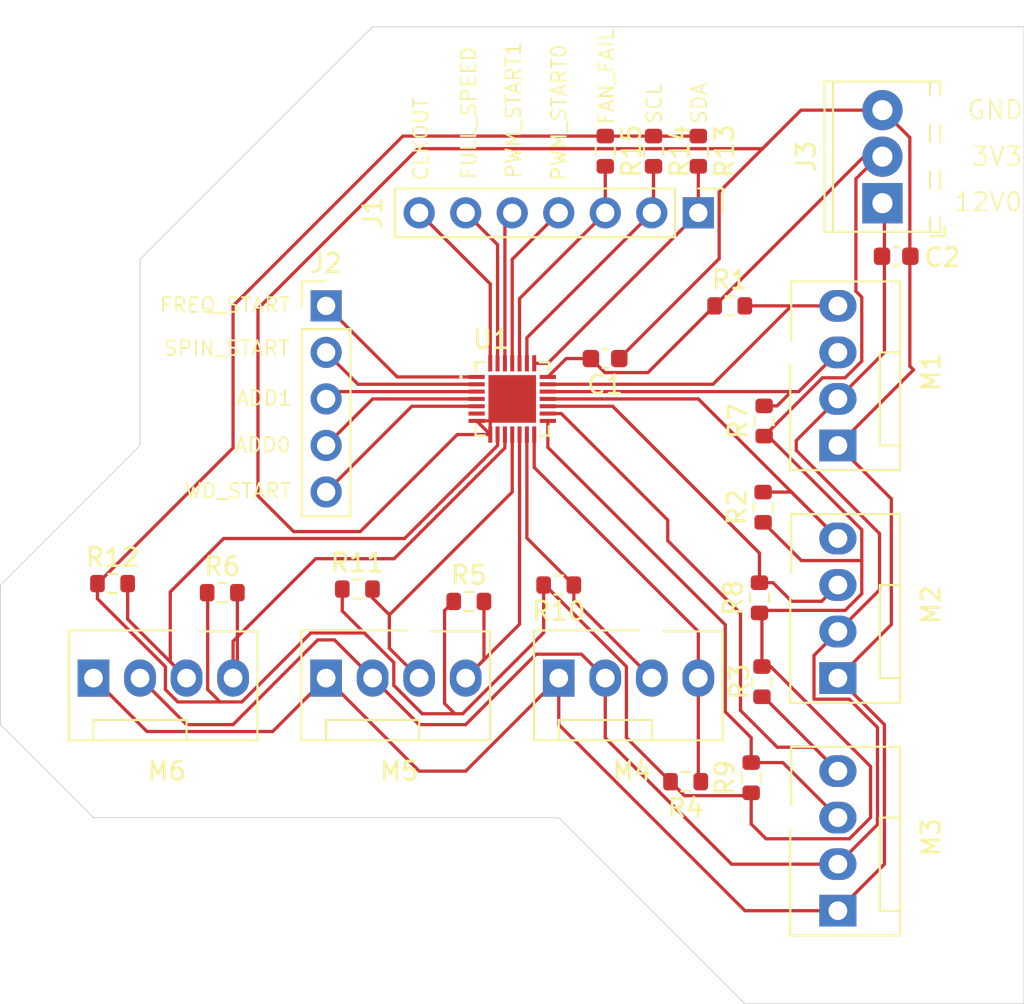
<source format=kicad_pcb>
(kicad_pcb (version 20240108) (generator "pcbnew") (generator_version "8.0")
  (title_block (title "MAX31790 Breakout Board") (date "2024-06-07") (rev "0.1") (company "Rolando Rosales") (comment 1 "https://github.com/rolo-g/MAX31790-Breakout-Board"))
  (layers (0 "F.Cu" signal) (31 "B.Cu" signal) (34 "B.Paste" user) (35 "F.Paste" user) (36 "B.SilkS" user "B.Silkscreen") (37 "F.SilkS" user "F.Silkscreen") (38 "B.Mask" user) (39 "F.Mask" user) (44 "Edge.Cuts" user))
  (net 0 "")
  (net 1 "GND")
  (net 2 "+3V3")
  (net 3 "/FULL_SPEED")
  (net 4 "/SDA")
  (net 5 "/FAN_FAIL")
  (net 6 "/PWM_START0")
  (net 7 "/SCL")
  (net 8 "/PWM_START1")
  (net 9 "/CLKOUT")
  (net 10 "/WD_START")
  (net 11 "/SPIN_START")
  (net 12 "/FREQ_START")
  (net 13 "/ADD0")
  (net 14 "/ADD1")
  (net 15 "/TACH1")
  (net 16 "/PWM1")
  (net 17 "/TACH2")
  (net 18 "/PWM2")
  (net 19 "/PWM3")
  (net 20 "/TACH3")
  (net 21 "/PWM4")
  (net 22 "/TACH4")
  (net 23 "/PWM5")
  (net 24 "/TACH5")
  (net 25 "/TACH6")
  (net 26 "/PWM6")
  (net 27 "+12V")
  (footprint "Resistor_SMD:R_0603_1608Metric" (layer "F.Cu") (at 137.16 91.44 180)
    (property "Reference" "R10" (at 0 -1.43 0) (layer "F.SilkS"))
    (property "Value" "4.7K")
    (pad "1" smd roundrect (at -0.825 0 180) (size 0.8 0.95) (layers "F.Cu" "F.Paste" "F.Mask") (net 22 "/TACH4"))
    (pad "2" smd roundrect (at 0.825 0 180) (size 0.8 0.95) (layers "F.Cu" "F.Paste" "F.Mask") (net 2 "+3V3"))
  )
  (footprint "Connector:FanPinHeader_1x04_P2.54mm_Vertical" (layer "F.Cu") (at 152.4 109.22 90)
    (property "Reference" "M3" (at 4 5.08 90) (layer "F.SilkS"))
    (property "Value" "Fan_4pin")
    (pad "" np_thru_hole circle (at 5.08 -2.16 180) (size 1.1 1.1) (drill 1.1) (layers "*.Cu" "*.Mask"))
    (pad "1" thru_hole rect (at 0 0 180) (size 2.03 1.73) (drill 1.02) (layers "*.Cu" "*.Mask") (net 1 "GND"))
    (pad "2" thru_hole oval (at 2.54 0 180) (size 2.03 1.73) (drill 1.02) (layers "*.Cu" "*.Mask") (net 27 "+12V"))
    (pad "3" thru_hole oval (at 5.08 0 180) (size 2.03 1.73) (drill 1.02) (layers "*.Cu" "*.Mask") (net 20 "/TACH3"))
    (pad "4" thru_hole oval (at 7.62 0 180) (size 2.03 1.73) (drill 1.02) (layers "*.Cu" "*.Mask") (net 19 "/PWM3"))
  )
  (footprint "Resistor_SMD:R_0603_1608Metric" (layer "F.Cu") (at 112.800364 91.361671)
    (property "Reference" "R12" (at 0 -1.43 0) (layer "F.SilkS"))
    (property "Value" "4.7K")
    (pad "1" smd roundrect (at -0.825 0) (size 0.8 0.95) (layers "F.Cu" "F.Paste" "F.Mask") (net 2 "+3V3"))
    (pad "2" smd roundrect (at 0.825 0) (size 0.8 0.95) (layers "F.Cu" "F.Paste" "F.Mask") (net 25 "/TACH6"))
  )
  (footprint "Resistor_SMD:R_0603_1608Metric" (layer "F.Cu") (at 147.665733 101.959251 90)
    (property "Reference" "R9" (at 0 -1.43 90) (layer "F.SilkS"))
    (property "Value" "4.7K")
    (pad "1" smd roundrect (at -0.825 0 90) (size 0.8 0.95) (layers "F.Cu" "F.Paste" "F.Mask") (net 2 "+3V3"))
    (pad "2" smd roundrect (at 0.825 0 90) (size 0.8 0.95) (layers "F.Cu" "F.Paste" "F.Mask") (net 20 "/TACH3"))
  )
  (footprint "Resistor_SMD:R_0603_1608Metric" (layer "F.Cu") (at 146.495 76.2)
    (property "Reference" "R1" (at 0 -1.43 0) (layer "F.SilkS"))
    (property "Value" "4.7K")
    (pad "1" smd roundrect (at -0.825 0) (size 0.8 0.95) (layers "F.Cu" "F.Paste" "F.Mask") (net 2 "+3V3"))
    (pad "2" smd roundrect (at 0.825 0) (size 0.8 0.95) (layers "F.Cu" "F.Paste" "F.Mask") (net 16 "/PWM1"))
  )
  (footprint "Connector_PinHeader_2.54mm:PinHeader_1x07_P2.54mm_Vertical" (layer "F.Cu") (at 144.78 71.12 -90)
    (property "Reference" "J1" (at 0 17.78 -90) (layer "F.SilkS"))
    (property "Value" "Conn_01x07")
    (pad "1" thru_hole rect (at 0 0 270) (size 1.7 1.7) (drill 1) (layers "*.Cu" "*.Mask") (net 4 "/SDA"))
    (pad "2" thru_hole oval (at 0 2.54 270) (size 1.7 1.7) (drill 1) (layers "*.Cu" "*.Mask") (net 7 "/SCL"))
    (pad "3" thru_hole oval (at 0 5.08 270) (size 1.7 1.7) (drill 1) (layers "*.Cu" "*.Mask") (net 5 "/FAN_FAIL"))
    (pad "4" thru_hole oval (at 0 7.62 270) (size 1.7 1.7) (drill 1) (layers "*.Cu" "*.Mask") (net 6 "/PWM_START0"))
    (pad "5" thru_hole oval (at 0 10.16 270) (size 1.7 1.7) (drill 1) (layers "*.Cu" "*.Mask") (net 8 "/PWM_START1"))
    (pad "6" thru_hole oval (at 0 12.7 270) (size 1.7 1.7) (drill 1) (layers "*.Cu" "*.Mask") (net 3 "/FULL_SPEED"))
    (pad "7" thru_hole oval (at 0 15.24 270) (size 1.7 1.7) (drill 1) (layers "*.Cu" "*.Mask") (net 9 "/CLKOUT"))
  )
  (footprint "Resistor_SMD:R_0603_1608Metric" (layer "F.Cu") (at 139.7 67.755 -90)
    (property "Reference" "R15" (at 0 -1.43 90) (layer "F.SilkS"))
    (property "Value" "4.7K")
    (pad "1" smd roundrect (at -0.825 0 270) (size 0.8 0.95) (layers "F.Cu" "F.Paste" "F.Mask") (net 2 "+3V3"))
    (pad "2" smd roundrect (at 0.825 0 270) (size 0.8 0.95) (layers "F.Cu" "F.Paste" "F.Mask") (net 5 "/FAN_FAIL"))
  )
  (footprint "Connector:FanPinHeader_1x04_P2.54mm_Vertical" (layer "F.Cu") (at 137.16 96.52)
    (property "Reference" "M4" (at 4 5.08 0) (layer "F.SilkS"))
    (property "Value" "Fan_4pin")
    (pad "" np_thru_hole circle (at 5.08 -2.16 90) (size 1.1 1.1) (drill 1.1) (layers "*.Cu" "*.Mask"))
    (pad "1" thru_hole rect (at 0 0 90) (size 2.03 1.73) (drill 1.02) (layers "*.Cu" "*.Mask") (net 1 "GND"))
    (pad "2" thru_hole oval (at 2.54 0 90) (size 2.03 1.73) (drill 1.02) (layers "*.Cu" "*.Mask") (net 27 "+12V"))
    (pad "3" thru_hole oval (at 5.08 0 90) (size 2.03 1.73) (drill 1.02) (layers "*.Cu" "*.Mask") (net 22 "/TACH4"))
    (pad "4" thru_hole oval (at 7.62 0 90) (size 2.03 1.73) (drill 1.02) (layers "*.Cu" "*.Mask") (net 21 "/PWM4"))
  )
  (footprint "Resistor_SMD:R_0603_1608Metric" (layer "F.Cu") (at 118.789986 91.857754)
    (property "Reference" "R6" (at 0 -1.43 0) (layer "F.SilkS"))
    (property "Value" "4.7K")
    (pad "1" smd roundrect (at -0.825 0) (size 0.8 0.95) (layers "F.Cu" "F.Paste" "F.Mask") (net 2 "+3V3"))
    (pad "2" smd roundrect (at 0.825 0) (size 0.8 0.95) (layers "F.Cu" "F.Paste" "F.Mask") (net 26 "/PWM6"))
  )
  (footprint "Connector_PinHeader_2.54mm:PinHeader_1x05_P2.54mm_Vertical" (layer "F.Cu") (at 124.46 76.2)
    (property "Reference" "J2" (at 0 -2.33 0) (layer "F.SilkS"))
    (property "Value" "Conn_01x05")
    (pad "1" thru_hole rect (at 0 0) (size 1.7 1.7) (drill 1) (layers "*.Cu" "*.Mask") (net 12 "/FREQ_START"))
    (pad "2" thru_hole oval (at 0 2.54) (size 1.7 1.7) (drill 1) (layers "*.Cu" "*.Mask") (net 11 "/SPIN_START"))
    (pad "3" thru_hole oval (at 0 5.08) (size 1.7 1.7) (drill 1) (layers "*.Cu" "*.Mask") (net 14 "/ADD1"))
    (pad "4" thru_hole oval (at 0 7.62) (size 1.7 1.7) (drill 1) (layers "*.Cu" "*.Mask") (net 13 "/ADD0"))
    (pad "5" thru_hole oval (at 0 10.16) (size 1.7 1.7) (drill 1) (layers "*.Cu" "*.Mask") (net 10 "/WD_START"))
  )
  (footprint "Connector:FanPinHeader_1x04_P2.54mm_Vertical" (layer "F.Cu") (at 124.46 96.52)
    (property "Reference" "M5" (at 4 5.08 0) (layer "F.SilkS"))
    (property "Value" "Fan_4pin")
    (pad "" np_thru_hole circle (at 5.08 -2.16 90) (size 1.1 1.1) (drill 1.1) (layers "*.Cu" "*.Mask"))
    (pad "1" thru_hole rect (at 0 0 90) (size 2.03 1.73) (drill 1.02) (layers "*.Cu" "*.Mask") (net 1 "GND"))
    (pad "2" thru_hole oval (at 2.54 0 90) (size 2.03 1.73) (drill 1.02) (layers "*.Cu" "*.Mask") (net 27 "+12V"))
    (pad "3" thru_hole oval (at 5.08 0 90) (size 2.03 1.73) (drill 1.02) (layers "*.Cu" "*.Mask") (net 24 "/TACH5"))
    (pad "4" thru_hole oval (at 7.62 0 90) (size 2.03 1.73) (drill 1.02) (layers "*.Cu" "*.Mask") (net 23 "/PWM5"))
  )
  (footprint "Resistor_SMD:R_0603_1608Metric" (layer "F.Cu") (at 148.317921 87.191601 90)
    (property "Reference" "R2" (at 0 -1.43 90) (layer "F.SilkS"))
    (property "Value" "4.7K")
    (pad "1" smd roundrect (at -0.825 0 90) (size 0.8 0.95) (layers "F.Cu" "F.Paste" "F.Mask") (net 2 "+3V3"))
    (pad "2" smd roundrect (at 0.825 0 90) (size 0.8 0.95) (layers "F.Cu" "F.Paste" "F.Mask") (net 18 "/PWM2"))
  )
  (footprint "Connector:FanPinHeader_1x04_P2.54mm_Vertical" (layer "F.Cu") (at 111.76 96.52)
    (property "Reference" "M6" (at 4 5.08 0) (layer "F.SilkS"))
    (property "Value" "Fan_4pin")
    (pad "" np_thru_hole circle (at 5.08 -2.16 90) (size 1.1 1.1) (drill 1.1) (layers "*.Cu" "*.Mask"))
    (pad "1" thru_hole rect (at 0 0 90) (size 2.03 1.73) (drill 1.02) (layers "*.Cu" "*.Mask") (net 1 "GND"))
    (pad "2" thru_hole oval (at 2.54 0 90) (size 2.03 1.73) (drill 1.02) (layers "*.Cu" "*.Mask") (net 27 "+12V"))
    (pad "3" thru_hole oval (at 5.08 0 90) (size 2.03 1.73) (drill 1.02) (layers "*.Cu" "*.Mask") (net 25 "/TACH6"))
    (pad "4" thru_hole oval (at 7.62 0 90) (size 2.03 1.73) (drill 1.02) (layers "*.Cu" "*.Mask") (net 26 "/PWM6"))
  )
  (footprint "MAX31790ATI_T:QFN40P400X400X80-29N260X260" (layer "F.Cu") (at 134.62 81.28)
    (property "Reference" "U1" (at -1.138181 -3.247518 0) (layer "F.SilkS"))
    (property "Value" "MAX31790ATI_T")
    (pad "1" smd rect (at -1.945 -1.2) (size 0.89 0.22) (layers "F.Cu" "F.Paste" "F.Mask") (net 12 "/FREQ_START"))
    (pad "2" smd rect (at -1.945 -0.8) (size 0.89 0.22) (layers "F.Cu" "F.Paste" "F.Mask") (net 11 "/SPIN_START"))
    (pad "3" smd rect (at -1.945 -0.4) (size 0.89 0.22) (layers "F.Cu" "F.Paste" "F.Mask") (net 14 "/ADD1"))
    (pad "4" smd rect (at -1.945 0) (size 0.89 0.22) (layers "F.Cu" "F.Paste" "F.Mask") (net 13 "/ADD0"))
    (pad "5" smd rect (at -1.945 0.4) (size 0.89 0.22) (layers "F.Cu" "F.Paste" "F.Mask") (net 10 "/WD_START"))
    (pad "6" smd rect (at -1.945 0.8) (size 0.89 0.22) (layers "F.Cu" "F.Paste" "F.Mask"))
    (pad "7" smd rect (at -1.945 1.2) (size 0.89 0.22) (layers "F.Cu" "F.Paste" "F.Mask") (net 1 "GND"))
    (pad "8" smd rect (at -1.2 1.945 90) (size 0.89 0.22) (layers "F.Cu" "F.Paste" "F.Mask") (net 1 "GND"))
    (pad "9" smd rect (at -0.8 1.945 90) (size 0.89 0.22) (layers "F.Cu" "F.Paste" "F.Mask") (net 25 "/TACH6"))
    (pad "10" smd rect (at -0.4 1.945 90) (size 0.89 0.22) (layers "F.Cu" "F.Paste" "F.Mask") (net 26 "/PWM6"))
    (pad "11" smd rect (at 0 1.945 90) (size 0.89 0.22) (layers "F.Cu" "F.Paste" "F.Mask") (net 24 "/TACH5"))
    (pad "12" smd rect (at 0.4 1.945 90) (size 0.89 0.22) (layers "F.Cu" "F.Paste" "F.Mask") (net 23 "/PWM5"))
    (pad "13" smd rect (at 0.8 1.945 90) (size 0.89 0.22) (layers "F.Cu" "F.Paste" "F.Mask") (net 22 "/TACH4"))
    (pad "14" smd rect (at 1.2 1.945 90) (size 0.89 0.22) (layers "F.Cu" "F.Paste" "F.Mask") (net 21 "/PWM4"))
    (pad "15" smd rect (at 1.945 1.2 180) (size 0.89 0.22) (layers "F.Cu" "F.Paste" "F.Mask") (net 20 "/TACH3"))
    (pad "16" smd rect (at 1.945 0.8 180) (size 0.89 0.22) (layers "F.Cu" "F.Paste" "F.Mask") (net 19 "/PWM3"))
    (pad "17" smd rect (at 1.945 0.4 180) (size 0.89 0.22) (layers "F.Cu" "F.Paste" "F.Mask") (net 17 "/TACH2"))
    (pad "18" smd rect (at 1.945 0 180) (size 0.89 0.22) (layers "F.Cu" "F.Paste" "F.Mask") (net 18 "/PWM2"))
    (pad "19" smd rect (at 1.945 -0.4 180) (size 0.89 0.22) (layers "F.Cu" "F.Paste" "F.Mask") (net 15 "/TACH1"))
    (pad "20" smd rect (at 1.945 -0.8 180) (size 0.89 0.22) (layers "F.Cu" "F.Paste" "F.Mask") (net 16 "/PWM1"))
    (pad "21" smd rect (at 1.945 -1.2 180) (size 0.89 0.22) (layers "F.Cu" "F.Paste" "F.Mask") (net 2 "+3V3"))
    (pad "22" smd rect (at 1.2 -1.945 270) (size 0.89 0.22) (layers "F.Cu" "F.Paste" "F.Mask") (net 4 "/SDA"))
    (pad "23" smd rect (at 0.8 -1.945 270) (size 0.89 0.22) (layers "F.Cu" "F.Paste" "F.Mask") (net 7 "/SCL"))
    (pad "24" smd rect (at 0.4 -1.945 270) (size 0.89 0.22) (layers "F.Cu" "F.Paste" "F.Mask") (net 5 "/FAN_FAIL"))
    (pad "25" smd rect (at 0 -1.945 270) (size 0.89 0.22) (layers "F.Cu" "F.Paste" "F.Mask") (net 6 "/PWM_START0"))
    (pad "26" smd rect (at -0.4 -1.945 270) (size 0.89 0.22) (layers "F.Cu" "F.Paste" "F.Mask") (net 8 "/PWM_START1"))
    (pad "27" smd rect (at -0.8 -1.945 270) (size 0.89 0.22) (layers "F.Cu" "F.Paste" "F.Mask") (net 3 "/FULL_SPEED"))
    (pad "28" smd rect (at -1.2 -1.945 270) (size 0.89 0.22) (layers "F.Cu" "F.Paste" "F.Mask") (net 9 "/CLKOUT"))
    (pad "29" smd rect (at 0 0) (size 2.6 2.6) (layers "F.Cu" "F.Mask") (net 1 "GND"))
  )
  (footprint "Resistor_SMD:R_0603_1608Metric" (layer "F.Cu") (at 148.253927 96.715516 -90)
    (property "Reference" "R3" (at 0.001832 1.222361 90) (layer "F.SilkS"))
    (property "Value" "4.7K")
    (pad "1" smd roundrect (at -0.825 0 270) (size 0.8 0.95) (layers "F.Cu" "F.Paste" "F.Mask") (net 2 "+3V3"))
    (pad "2" smd roundrect (at 0.825 0 270) (size 0.8 0.95) (layers "F.Cu" "F.Paste" "F.Mask") (net 19 "/PWM3"))
  )
  (footprint "Capacitor_SMD:C_0603_1608Metric" (layer "F.Cu") (at 139.690441 79.077339 180)
    (property "Reference" "C1" (at 0 -1.43 0) (layer "F.SilkS"))
    (property "Value" ".1uf")
    (pad "1" smd roundrect (at -0.775 0 180) (size 0.9 0.95) (layers "F.Cu" "F.Paste" "F.Mask") (net 1 "GND"))
    (pad "2" smd roundrect (at 0.775 0 180) (size 0.9 0.95) (layers "F.Cu" "F.Paste" "F.Mask") (net 2 "+3V3"))
  )
  (footprint "Resistor_SMD:R_0603_1608Metric" (layer "F.Cu") (at 132.252244 92.336255)
    (property "Reference" "R5" (at 0 -1.43 0) (layer "F.SilkS"))
    (property "Value" "4.7K")
    (pad "1" smd roundrect (at -0.825 0) (size 0.8 0.95) (layers "F.Cu" "F.Paste" "F.Mask") (net 2 "+3V3"))
    (pad "2" smd roundrect (at 0.825 0) (size 0.8 0.95) (layers "F.Cu" "F.Paste" "F.Mask") (net 23 "/PWM5"))
  )
  (footprint "Resistor_SMD:R_0603_1608Metric" (layer "F.Cu") (at 144.78 67.755 -90)
    (property "Reference" "R13" (at 0 -1.43 90) (layer "F.SilkS"))
    (property "Value" "4.7K")
    (pad "1" smd roundrect (at -0.825 0 270) (size 0.8 0.95) (layers "F.Cu" "F.Paste" "F.Mask") (net 2 "+3V3"))
    (pad "2" smd roundrect (at 0.825 0 270) (size 0.8 0.95) (layers "F.Cu" "F.Paste" "F.Mask") (net 4 "/SDA"))
  )
  (footprint "Connector:FanPinHeader_1x04_P2.54mm_Vertical" (layer "F.Cu") (at 152.4 83.82 90)
    (property "Reference" "M1" (at 4 5.08 90) (layer "F.SilkS"))
    (property "Value" "Fan_4pin")
    (pad "" np_thru_hole circle (at 5.08 -2.16 180) (size 1.1 1.1) (drill 1.1) (layers "*.Cu" "*.Mask"))
    (pad "1" thru_hole rect (at 0 0 180) (size 2.03 1.73) (drill 1.02) (layers "*.Cu" "*.Mask") (net 1 "GND"))
    (pad "2" thru_hole oval (at 2.54 0 180) (size 2.03 1.73) (drill 1.02) (layers "*.Cu" "*.Mask") (net 27 "+12V"))
    (pad "3" thru_hole oval (at 5.08 0 180) (size 2.03 1.73) (drill 1.02) (layers "*.Cu" "*.Mask") (net 15 "/TACH1"))
    (pad "4" thru_hole oval (at 7.62 0 180) (size 2.03 1.73) (drill 1.02) (layers "*.Cu" "*.Mask") (net 16 "/PWM1"))
  )
  (footprint "Resistor_SMD:R_0603_1608Metric" (layer "F.Cu") (at 142.333994 67.755 -90)
    (property "Reference" "R14" (at 0 -1.43 90) (layer "F.SilkS"))
    (property "Value" "4.7K")
    (pad "1" smd roundrect (at -0.825 0 270) (size 0.8 0.95) (layers "F.Cu" "F.Paste" "F.Mask") (net 2 "+3V3"))
    (pad "2" smd roundrect (at 0.825 0 270) (size 0.8 0.95) (layers "F.Cu" "F.Paste" "F.Mask") (net 7 "/SCL"))
  )
  (footprint "Resistor_SMD:R_0603_1608Metric" (layer "F.Cu") (at 126.167123 91.66035)
    (property "Reference" "R11" (at 0 -1.43 0) (layer "F.SilkS"))
    (property "Value" "4.7K")
    (pad "1" smd roundrect (at -0.825 0) (size 0.8 0.95) (layers "F.Cu" "F.Paste" "F.Mask") (net 2 "+3V3"))
    (pad "2" smd roundrect (at 0.825 0) (size 0.8 0.95) (layers "F.Cu" "F.Paste" "F.Mask") (net 24 "/TACH5"))
  )
  (footprint "Connector:FanPinHeader_1x04_P2.54mm_Vertical" (layer "F.Cu") (at 152.4 96.52 90)
    (property "Reference" "M2" (at 4 5.08 90) (layer "F.SilkS"))
    (property "Value" "Fan_4pin")
    (pad "" np_thru_hole circle (at 5.08 -2.16 180) (size 1.1 1.1) (drill 1.1) (layers "*.Cu" "*.Mask"))
    (pad "1" thru_hole rect (at 0 0 180) (size 2.03 1.73) (drill 1.02) (layers "*.Cu" "*.Mask") (net 1 "GND"))
    (pad "2" thru_hole oval (at 2.54 0 180) (size 2.03 1.73) (drill 1.02) (layers "*.Cu" "*.Mask") (net 27 "+12V"))
    (pad "3" thru_hole oval (at 5.08 0 180) (size 2.03 1.73) (drill 1.02) (layers "*.Cu" "*.Mask") (net 17 "/TACH2"))
    (pad "4" thru_hole oval (at 7.62 0 180) (size 2.03 1.73) (drill 1.02) (layers "*.Cu" "*.Mask") (net 18 "/PWM2"))
  )
  (footprint "Resistor_SMD:R_0603_1608Metric" (layer "F.Cu") (at 144.087469 102.176388 180)
    (property "Reference" "R4" (at 0 -1.43 0) (layer "F.SilkS"))
    (property "Value" "4.7K")
    (pad "1" smd roundrect (at -0.825 0 180) (size 0.8 0.95) (layers "F.Cu" "F.Paste" "F.Mask") (net 21 "/PWM4"))
    (pad "2" smd roundrect (at 0.825 0 180) (size 0.8 0.95) (layers "F.Cu" "F.Paste" "F.Mask") (net 2 "+3V3"))
  )
  (footprint "Resistor_SMD:R_0603_1608Metric" (layer "F.Cu") (at 148.117459 92.139085 90)
    (property "Reference" "R8" (at 0 -1.43 90) (layer "F.SilkS"))
    (property "Value" "4.7K")
    (pad "1" smd roundrect (at -0.825 0 90) (size 0.8 0.95) (layers "F.Cu" "F.Paste" "F.Mask") (net 2 "+3V3"))
    (pad "2" smd roundrect (at 0.825 0 90) (size 0.8 0.95) (layers "F.Cu" "F.Paste" "F.Mask") (net 17 "/TACH2"))
  )
  (footprint "Resistor_SMD:R_0603_1608Metric" (layer "F.Cu") (at 148.373361 82.485821 90)
    (property "Reference" "R7" (at 0 -1.43 90) (layer "F.SilkS"))
    (property "Value" "4.7K")
    (pad "1" smd roundrect (at -0.825 0 90) (size 0.8 0.95) (layers "F.Cu" "F.Paste" "F.Mask") (net 2 "+3V3"))
    (pad "2" smd roundrect (at 0.825 0 90) (size 0.8 0.95) (layers "F.Cu" "F.Paste" "F.Mask") (net 15 "/TACH1"))
  )
  (footprint "Capacitor_SMD:C_0603_1608Metric" (layer "F.Cu") (at 155.583199 73.489976)
    (property "Reference" "C2" (at 2.51763 0.065095 0) (layer "F.SilkS"))
    (property "Value" "1uF")
    (pad "1" smd roundrect (at -0.775 0) (size 0.9 0.95) (layers "F.Cu" "F.Paste" "F.Mask") (net 27 "+12V"))
    (pad "2" smd roundrect (at 0.775 0) (size 0.9 0.95) (layers "F.Cu" "F.Paste" "F.Mask") (net 1 "GND"))
  )
  (footprint "TerminalBlock_Phoenix:TerminalBlock_Phoenix_MPT-0,5-3-2.54_1x03_P2.54mm_Horizontal" (layer "F.Cu") (at 154.832671 70.594278 90)
    (property "Reference" "J3" (at 2.54 -4.16 90) (layer "F.SilkS"))
    (property "Value" "Screw_Terminal_01x03")
    (pad "" np_thru_hole circle (at 0 2.54 90) (size 1.1 1.1) (drill 1.1) (layers "*.Cu" "*.Mask"))
    (pad "" np_thru_hole circle (at 2.54 2.54 90) (size 1.1 1.1) (drill 1.1) (layers "*.Cu" "*.Mask"))
    (pad "" np_thru_hole circle (at 5.08 2.54 90) (size 1.1 1.1) (drill 1.1) (layers "*.Cu" "*.Mask"))
    (pad "1" thru_hole rect (at 0 0 90) (size 2.2 2.2) (drill 1.1) (layers "*.Cu" "*.Mask") (net 27 "+12V"))
    (pad "2" thru_hole circle (at 2.54 0 90) (size 2.2 2.2) (drill 1.1) (layers "*.Cu" "*.Mask") (net 2 "+3V3"))
    (pad "3" thru_hole circle (at 5.08 0 90) (size 2.2 2.2) (drill 1.1) (layers "*.Cu" "*.Mask") (net 1 "GND"))
  )
  (gr_line (start 114.3 83.82) (end 114.3 73.66) (stroke (width 0.05)) (layer "Edge.Cuts"))
  (gr_line (start 106.68 91.44) (end 114.3 83.82) (stroke (width 0.05)) (layer "Edge.Cuts"))
  (gr_line (start 106.68 99.06) (end 106.68 91.44) (stroke (width 0.05)) (layer "Edge.Cuts"))
  (gr_line (start 162.56 114.3) (end 147.32 114.3) (stroke (width 0.05)) (layer "Edge.Cuts"))
  (gr_line (start 144.78 60.96) (end 162.56 60.96) (stroke (width 0.05)) (layer "Edge.Cuts"))
  (gr_line (start 127 60.96) (end 124.46 63.5) (stroke (width 0.05)) (layer "Edge.Cuts"))
  (gr_line (start 147.32 114.3) (end 137.16 104.14) (stroke (width 0.05)) (layer "Edge.Cuts"))
  (gr_line (start 127 60.96) (end 144.78 60.96) (stroke (width 0.05)) (layer "Edge.Cuts"))
  (gr_line (start 137.16 104.14) (end 111.76 104.14) (stroke (width 0.05)) (layer "Edge.Cuts"))
  (gr_line (start 114.3 73.66) (end 124.46 63.5) (stroke (width 0.05)) (layer "Edge.Cuts"))
  (gr_line (start 162.56 60.96) (end 162.56 114.3) (stroke (width 0.05)) (layer "Edge.Cuts"))
  (gr_line (start 111.76 104.14) (end 106.68 99.06) (stroke (width 0.05)) (layer "Edge.Cuts"))
  (gr_text "FREQ_START" (at 115.304082 76.630662 0) (layer "F.SilkS") (effects (font (size 0.8 0.8) (thickness 0.1)) (justify left bottom)))
  (gr_text "GND" (at 159.403696 66.087938 0) (layer "F.SilkS") (effects (font (size 1 1) (thickness 0.1)) (justify left bottom)))
  (gr_text "3V3" (at 159.642927 68.624504 0) (layer "F.SilkS") (effects (font (size 1 1) (thickness 0.1)) (justify left bottom)))
  (gr_text "WD_START" (at 116.688356 86.768787 0) (layer "F.SilkS") (effects (font (size 0.8 0.8) (thickness 0.1)) (justify left bottom)))
  (gr_text "12V0" (at 158.695426 71.115781 0) (layer "F.SilkS") (effects (font (size 1 1) (thickness 0.1)) (justify left bottom)))
  (gr_text "FAN_FAIL" (at 140.225511 66.373251 90) (layer "F.SilkS") (effects (font (size 0.8 0.8) (thickness 0.1)) (justify left bottom)))
  (gr_text "SPIN_START" (at 115.534795 78.983928 0) (layer "F.SilkS") (effects (font (size 0.8 0.8) (thickness 0.1)) (justify left bottom)))
  (gr_text "FULL_SPEED" (at 132.709971 69.351905 90) (layer "F.SilkS") (effects (font (size 0.8 0.8) (thickness 0.1)) (justify left bottom)))
  (gr_text "PWM_START0" (at 137.645428 69.448811 90) (layer "F.SilkS") (effects (font (size 0.8 0.8) (thickness 0.1)) (justify left bottom)))
  (gr_text "SCL" (at 142.84025 66.334799 90) (layer "F.SilkS") (effects (font (size 0.8 0.8) (thickness 0.1)) (justify left bottom)))
  (gr_text "ADD0" (at 119.410761 84.261714 0) (layer "F.SilkS") (effects (font (size 0.8 0.8) (thickness 0.1)) (justify left bottom)))
  (gr_text "PWM_START1" (at 135.152317 69.322896 90) (layer "F.SilkS") (effects (font (size 0.8 0.8) (thickness 0.1)) (justify left bottom)))
  (gr_text "ADD1" (at 119.487665 81.706333 0) (layer "F.SilkS") (effects (font (size 0.8 0.8) (thickness 0.1)) (justify left bottom)))
  (gr_text "CLKOUT" (at 130.099005 69.430234 90) (layer "F.SilkS") (effects (font (size 0.8 0.8) (thickness 0.1)) (justify left bottom)))
  (gr_text "SDA" (at 145.301181 66.334799 90) (layer "F.SilkS") (effects (font (size 0.8 0.8) (thickness 0.1)) (justify left bottom)))
  (segment (start 155.3178 93.6022) (end 155.3178 86.7378) (width 0.1778) (layer "F.Cu") (net 1))
  (segment (start 149.86 66.04) (end 148.59 67.31) (width 0.1778) (layer "F.Cu") (net 1))
  (segment (start 145.9189 73.62388) (end 140.465441 79.077339) (width 0.1778) (layer "F.Cu") (net 1))
  (segment (start 126.324143 88.5222) (end 122.684144 88.5222) (width 0.1778) (layer "F.Cu") (net 1))
  (segment (start 154.832671 65.514278) (end 150.385722 65.514278) (width 0.1778) (layer "F.Cu") (net 1))
  (segment (start 148.59 67.31) (end 145.9189 69.9811) (width 0.1778) (layer "F.Cu") (net 1))
  (segment (start 156.3289 79.4911) (end 156.3289 67.010507) (width 0.1778) (layer "F.Cu") (net 1))
  (segment (start 152.4 83.82) (end 156.5289 79.6911) (width 0.1778) (layer "F.Cu") (net 1))
  (segment (start 148.2811 67.6189) (end 148.59 67.31) (width 0.1778) (layer "F.Cu") (net 1))
  (segment (start 137.16 96.52) (end 132.08 101.6) (width 0.1778) (layer "F.Cu") (net 1))
  (segment (start 154.94 99.06) (end 154.94 106.68) (width 0.1778) (layer "F.Cu") (net 1))
  (segment (start 150.385722 65.514278) (end 149.86 66.04) (width 0.1778) (layer "F.Cu") (net 1))
  (segment (start 114.6778 99.4378) (end 111.76 96.52) (width 0.1778) (layer "F.Cu") (net 1))
  (segment (start 124.46 96.52) (end 121.5422 99.4378) (width 0.1778) (layer "F.Cu") (net 1))
  (segment (start 120.738873 76.350267) (end 129.47024 67.6189) (width 0.1778) (layer "F.Cu") (net 1))
  (segment (start 152.4 96.52) (end 154.94 99.06) (width 0.1778) (layer "F.Cu") (net 1))
  (segment (start 120.738873 86.576929) (end 120.738873 76.350267) (width 0.1778) (layer "F.Cu") (net 1))
  (segment (start 152.4 109.22) (end 147.32 109.22) (width 0.1778) (layer "F.Cu") (net 1))
  (segment (start 147.32 109.22) (end 137.16 99.06) (width 0.1778) (layer "F.Cu") (net 1))
  (segment (start 137.16 99.06) (end 137.16 96.52) (width 0.1778) (layer "F.Cu") (net 1))
  (segment (start 131.621343 83.225) (end 126.324143 88.5222) (width 0.1778) (layer "F.Cu") (net 1))
  (segment (start 152.4 96.52) (end 155.3178 93.6022) (width 0.1778) (layer "F.Cu") (net 1))
  (segment (start 132.675 82.48) (end 133.42 83.225) (width 0.1778) (layer "F.Cu") (net 1))
  (segment (start 121.5422 99.4378) (end 114.6778 99.4378) (width 0.1778) (layer "F.Cu") (net 1))
  (segment (start 133.42 82.48) (end 134.62 81.28) (width 0.1778) (layer "F.Cu") (net 1))
  (segment (start 129.47024 67.6189) (end 148.2811 67.6189) (width 0.1778) (layer "F.Cu") (net 1))
  (segment (start 132.675 82.48) (end 133.42 82.48) (width 0.1778) (layer "F.Cu") (net 1))
  (segment (start 133.42 83.225) (end 131.621343 83.225) (width 0.1778) (layer "F.Cu") (net 1))
  (segment (start 129.54 101.6) (end 124.46 96.52) (width 0.1778) (layer "F.Cu") (net 1))
  (segment (start 156.5289 79.6911) (end 156.3289 79.4911) (width 0.1778) (layer "F.Cu") (net 1))
  (segment (start 133.42 83.225) (end 133.42 82.48) (width 0.1778) (layer "F.Cu") (net 1))
  (segment (start 145.9189 69.9811) (end 145.9189 73.62388) (width 0.1778) (layer "F.Cu") (net 1))
  (segment (start 155.874997 66.556604) (end 154.832671 65.514278) (width 0.1778) (layer "F.Cu") (net 1))
  (segment (start 156.3289 67.010507) (end 155.874997 66.556604) (width 0.1778) (layer "F.Cu") (net 1))
  (segment (start 155.3178 86.7378) (end 152.4 83.82) (width 0.1778) (layer "F.Cu") (net 1))
  (segment (start 154.94 106.68) (end 152.4 109.22) (width 0.1778) (layer "F.Cu") (net 1))
  (segment (start 132.08 101.6) (end 129.54 101.6) (width 0.1778) (layer "F.Cu") (net 1))
  (segment (start 122.684144 88.5222) (end 120.738873 86.576929) (width 0.1778) (layer "F.Cu") (net 1))
  (segment (start 128.1539 96.915761) (end 128.1539 95.66819) (width 0.1778) (layer "F.Cu") (net 2))
  (segment (start 147.665733 104.485733) (end 147.665733 102.784251) (width 0.1778) (layer "F.Cu") (net 2))
  (segment (start 142.028761 79.841239) (end 145.67 76.2) (width 0.1778) (layer "F.Cu") (net 2))
  (segment (start 153.7039 90.10524) (end 153.7039 91.917961) (width 0.1778) (layer "F.Cu") (net 2))
  (segment (start 148.4739 105.2939) (end 147.665733 104.485733) (width 0.1778) (layer "F.Cu") (net 2))
  (segment (start 153.027961 105.2939) (end 148.4739 105.2939) (width 0.1778) (layer "F.Cu") (net 2))
  (segment (start 154.1844 104.137461) (end 153.027961 105.2939) (width 0.1778) (layer "F.Cu") (net 2))
  (segment (start 143.262469 102.176388) (end 140.8539 99.767819) (width 0.1778) (layer "F.Cu") (net 2))
  (segment (start 148.317921 88.016601) (end 150.40656 90.10524) (width 0.1778) (layer "F.Cu") (net 2))
  (segment (start 147.665733 102.784251) (end 147.509696 102.940288) (width 0.1778) (layer "F.Cu") (net 2))
  (segment (start 151.558082 80.1261) (end 148.373361 83.310821) (width 0.1778) (layer "F.Cu") (net 2))
  (segment (start 115.6861 95.90039) (end 111.975364 92.189654) (width 0.1778) (layer "F.Cu") (net 2))
  (segment (start 148.592682 83.310821) (end 153.7039 88.422039) (width 0.1778) (layer "F.Cu") (net 2))
  (segment (start 118.669839 97.8239) (end 116.362039 97.8239) (width 0.1778) (layer "F.Cu") (net 2))
  (segment (start 126.732855 94.247145) (end 126.543704 94.057994) (width 0.1778) (layer "F.Cu") (net 2))
  (segment (start 130.9261 92.837399) (end 130.9261 97.9061) (width 0.1778) (layer "F.Cu") (net 2))
  (segment (start 153.7039 79.217961) (end 152.795761 80.1261) (width 0.1778) (layer "F.Cu") (net 2))
  (segment (start 119.857961 97.8239) (end 118.669839 97.8239) (width 0.1778) (layer "F.Cu") (net 2))
  (segment (start 111.975364 91.361671) (end 119.38 83.957035) (width 0.1778) (layer "F.Cu") (net 2))
  (segment (start 126.732855 94.247145) (end 125.342123 92.856413) (width 0.1778) (layer "F.Cu") (net 2))
  (segment (start 126.543704 94.057994) (end 123.623867 94.057994) (width 0.1778) (layer "F.Cu") (net 2))
  (segment (start 153.7039 75.722039) (end 153.7039 79.217961) (width 0.1778) (layer "F.Cu") (net 2))
  (segment (start 154.832671 68.054278) (end 153.815722 68.054278) (width 0.1778) (layer "F.Cu") (net 2))
  (segment (start 140.8539 99.767819) (end 140.8539 95.892039) (width 0.1778) (layer "F.Cu") (net 2))
  (segment (start 129.706376 98.468237) (end 128.1539 96.915761) (width 0.1778) (layer "F.Cu") (net 2))
  (segment (start 140.8539 95.892039) (end 136.401861 91.44) (width 0.1778) (layer "F.Cu") (net 2))
  (segment (start 152.795761 80.1261) (end 151.558082 80.1261) (width 0.1778) (layer "F.Cu") (net 2))
  (segment (start 119.38 76.2) (end 128.65 66.93) (width 0.1778) (layer "F.Cu") (net 2))
  (segment (start 150.40656 90.10524) (end 153.7039 90.10524) (width 0.1778) (layer "F.Cu") (net 2))
  (segment (start 128.65 66.93) (end 139.7 66.93) (width 0.1778) (layer "F.Cu") (net 2))
  (segment (start 144.026369 102.940288) (end 143.262469 102.176388) (width 0.1778) (layer "F.Cu") (net 2))
  (segment (start 118.669839 97.8239) (end 117.9939 97.147961) (width 0.1778) (layer "F.Cu") (net 2))
  (segment (start 153.384366 75.402505) (end 153.384366 69.264783) (width 0.1778) (layer "F.Cu") (net 2))
  (segment (start 153.815722 68.054278) (end 145.67 76.2) (width 0.1778) (layer "F.Cu") (net 2))
  (segment (start 153.7039 88.422039) (end 153.7039 90.10524) (width 0.1778) (layer "F.Cu") (net 2))
  (segment (start 116.362039 97.8239) (end 115.6861 97.147961) (width 0.1778) (layer "F.Cu") (net 2))
  (segment (start 148.255444 92.8261) (end 148.117459 92.964085) (width 0.1778) (layer "F.Cu") (net 2))
  (segment (start 138.915441 79.077339) (end 137.567661 79.077339) (width 0.1778) (layer "F.Cu") (net 2))
  (segment (start 148.373361 83.310821) (end 148.592682 83.310821) (width 0.1778) (layer "F.Cu") (net 2))
  (segment (start 148.117459 92.964085) (end 148.117459 93.182541) (width 0.1778) (layer "F.Cu") (net 2))
  (segment (start 148.253927 93.319009) (end 148.253927 95.890516) (width 0.1778) (layer "F.Cu") (net 2))
  (segment (start 136.335 91.44) (end 136.335 94.046861) (width 0.1778) (layer "F.Cu") (net 2))
  (segment (start 115.6861 97.147961) (end 115.6861 95.90039) (width 0.1778) (layer "F.Cu") (net 2))
  (segment (start 111.975364 92.189654) (end 111.975364 91.361671) (width 0.1778) (layer "F.Cu") (net 2))
  (segment (start 125.342123 92.856413) (end 125.342123 91.66035) (width 0.1778) (layer "F.Cu") (net 2))
  (segment (start 153.7039 91.917961) (end 152.795761 92.8261) (width 0.1778) (layer "F.Cu") (net 2))
  (segment (start 119.38 83.957035) (end 119.38 76.2) (width 0.1778) (layer "F.Cu") (net 2))
  (segment (start 154.1844 101.345989) (end 154.1844 104.137461) (width 0.1778) (layer "F.Cu") (net 2))
  (segment (start 136.335 94.046861) (end 131.913624 98.468237) (width 0.1778) (layer "F.Cu") (net 2))
  (segment (start 128.1539 95.66819) (end 126.732855 94.247145) (width 0.1778) (layer "F.Cu") (net 2))
  (segment (start 130.9261 97.9061) (end 131.488237 98.468237) (width 0.1778) (layer "F.Cu") (net 2))
  (segment (start 153.384366 69.264783) (end 154.594871 68.054278) (width 0.1778) (layer "F.Cu") (net 2))
  (segment (start 138.915441 79.077339) (end 139.679341 79.841239) (width 0.1778) (layer "F.Cu") (net 2))
  (segment (start 148.253927 95.890516) (end 148.728927 95.890516) (width 0.1778) (layer "F.Cu") (net 2))
  (segment (start 136.401861 91.44) (end 136.335 91.44) (width 0.1778) (layer "F.Cu") (net 2))
  (segment (start 123.623867 94.057994) (end 119.857961 97.8239) (width 0.1778) (layer "F.Cu") (net 2))
  (segment (start 131.427244 92.336255) (end 130.9261 92.837399) (width 0.1778) (layer "F.Cu") (net 2))
  (segment (start 131.488237 98.468237) (end 129.706376 98.468237) (width 0.1778) (layer "F.Cu") (net 2))
  (segment (start 148.728927 95.890516) (end 154.1844 101.345989) (width 0.1778) (layer "F.Cu") (net 2))
  (segment (start 147.509696 102.940288) (end 144.026369 102.940288) (width 0.1778) (layer "F.Cu") (net 2))
  (segment (start 139.679341 79.841239) (end 142.028761 79.841239) (width 0.1778) (layer "F.Cu") (net 2))
  (segment (start 153.384366 75.402505) (end 153.7039 75.722039) (width 0.1778) (layer "F.Cu") (net 2))
  (segment (start 117.9939 97.147961) (end 117.9939 91.886668) (width 0.1778) (layer "F.Cu") (net 2))
  (segment (start 148.117459 93.182541) (end 148.253927 93.319009) (width 0.1778) (layer "F.Cu") (net 2))
  (segment (start 152.795761 92.8261) (end 148.255444 92.8261) (width 0.1778) (layer "F.Cu") (net 2))
  (segment (start 137.567661 79.077339) (end 136.565 80.08) (width 0.1778) (layer "F.Cu") (net 2))
  (segment (start 154.594871 68.054278) (end 154.832671 68.054278) (width 0.1778) (layer "F.Cu") (net 2))
  (segment (start 131.913624 98.468237) (end 131.488237 98.468237) (width 0.1778) (layer "F.Cu") (net 2))
  (segment (start 139.7 66.93) (end 144.78 66.93) (width 0.1778) (layer "F.Cu") (net 2))
  (segment (start 117.9939 91.886668) (end 117.964986 91.857754) (width 0.1778) (layer "F.Cu") (net 2))
  (segment (start 133.82 79.335) (end 133.82 72.86) (width 0.1778) (layer "F.Cu") (net 3))
  (segment (start 133.82 72.86) (end 132.08 71.12) (width 0.1778) (layer "F.Cu") (net 3))
  (segment (start 136.565 79.335) (end 144.78 71.12) (width 0.1778) (layer "F.Cu") (net 4))
  (segment (start 144.78 68.58) (end 144.78 71.12) (width 0.1778) (layer "F.Cu") (net 4))
  (segment (start 135.82 79.335) (end 136.565 79.335) (width 0.1778) (layer "F.Cu") (net 4))
  (segment (start 139.7 71.12) (end 135.02 75.8) (width 0.1778) (layer "F.Cu") (net 5))
  (segment (start 135.02 75.8) (end 135.02 79.335) (width 0.1778) (layer "F.Cu") (net 5))
  (segment (start 139.7 68.58) (end 139.7 71.12) (width 0.1778) (layer "F.Cu") (net 5))
  (segment (start 134.62 79.335) (end 134.62 73.66) (width 0.1778) (layer "F.Cu") (net 6))
  (segment (start 134.62 73.66) (end 137.16 71.12) (width 0.1778) (layer "F.Cu") (net 6))
  (segment (start 135.42 77.94) (end 142.24 71.12) (width 0.1778) (layer "F.Cu") (net 7))
  (segment (start 135.42 79.335) (end 135.42 77.94) (width 0.1778) (layer "F.Cu") (net 7))
  (segment (start 142.333994 71.026006) (end 142.24 71.12) (width 0.1778) (layer "F.Cu") (net 7))
  (segment (start 142.333994 68.58) (end 142.333994 71.026006) (width 0.1778) (layer "F.Cu") (net 7))
  (segment (start 134.22 79.335) (end 134.22 71.52) (width 0.1778) (layer "F.Cu") (net 8))
  (segment (start 134.22 71.52) (end 134.62 71.12) (width 0.1778) (layer "F.Cu") (net 8))
  (segment (start 133.42 75) (end 129.54 71.12) (width 0.1778) (layer "F.Cu") (net 9))
  (segment (start 133.42 79.335) (end 133.42 75) (width 0.1778) (layer "F.Cu") (net 9))
  (segment (start 132.675 81.68) (end 129.14 81.68) (width 0.1778) (layer "F.Cu") (net 10))
  (segment (start 129.14 81.68) (end 124.46 86.36) (width 0.1778) (layer "F.Cu") (net 10))
  (segment (start 132.675 80.48) (end 126.2 80.48) (width 0.1778) (layer "F.Cu") (net 11))
  (segment (start 126.2 80.48) (end 124.46 78.74) (width 0.1778) (layer "F.Cu") (net 11))
  (segment (start 132.675 80.08) (end 128.34 80.08) (width 0.1778) (layer "F.Cu") (net 12))
  (segment (start 128.34 80.08) (end 124.46 76.2) (width 0.1778) (layer "F.Cu") (net 12))
  (segment (start 127 81.28) (end 124.46 83.82) (width 0.1778) (layer "F.Cu") (net 13))
  (segment (start 132.675 81.28) (end 127 81.28) (width 0.1778) (layer "F.Cu") (net 13))
  (segment (start 132.675 80.88) (end 124.86 80.88) (width 0.1778) (layer "F.Cu") (net 14))
  (segment (start 124.86 80.88) (end 124.46 81.28) (width 0.1778) (layer "F.Cu") (net 14))
  (segment (start 149.86 80.88) (end 136.565 80.88) (width 0.1778) (layer "F.Cu") (net 15))
  (segment (start 148.373361 81.660821) (end 149.079179 81.660821) (width 0.1778) (layer "F.Cu") (net 15))
  (segment (start 152.4 78.74) (end 150.26 80.88) (width 0.1778) (layer "F.Cu") (net 15))
  (segment (start 149.079179 81.660821) (end 149.86 80.88) (width 0.1778) (layer "F.Cu") (net 15))
  (segment (start 150.26 80.88) (end 149.86 80.88) (width 0.1778) (layer "F.Cu") (net 15))
  (segment (start 152.4 76.2) (end 149.86 76.2) (width 0.1778) (layer "F.Cu") (net 16))
  (segment (start 147.32 76.2) (end 149.86 76.2) (width 0.1778) (layer "F.Cu") (net 16))
  (segment (start 149.86 76.2) (end 145.58 80.48) (width 0.1778) (layer "F.Cu") (net 16))
  (segment (start 145.58 80.48) (end 136.565 80.48) (width 0.1778) (layer "F.Cu") (net 16))
  (segment (start 149.871806 92.3289) (end 148.856991 91.314085) (width 0.1778) (layer "F.Cu") (net 17))
  (segment (start 148.856991 91.314085) (end 148.117459 91.314085) (width 0.1778) (layer "F.Cu") (net 17))
  (segment (start 148.117459 89.697459) (end 148.117459 91.314085) (width 0.1778) (layer "F.Cu") (net 17))
  (segment (start 136.565 81.68) (end 140.1 81.68) (width 0.1778) (layer "F.Cu") (net 17))
  (segment (start 152.4 91.44) (end 151.5111 92.3289) (width 0.1778) (layer "F.Cu") (net 17))
  (segment (start 140.1 81.68) (end 148.117459 89.697459) (width 0.1778) (layer "F.Cu") (net 17))
  (segment (start 151.5111 92.3289) (end 149.871806 92.3289) (width 0.1778) (layer "F.Cu") (net 17))
  (segment (start 149.866601 86.366601) (end 152.4 88.9) (width 0.1778) (layer "F.Cu") (net 18))
  (segment (start 152.4 88.9) (end 144.78 81.28) (width 0.1778) (layer "F.Cu") (net 18))
  (segment (start 148.317921 86.366601) (end 149.866601 86.366601) (width 0.1778) (layer "F.Cu") (net 18))
  (segment (start 144.78 81.28) (end 136.565 81.28) (width 0.1778) (layer "F.Cu") (net 18))
  (segment (start 147.082452 92.989407) (end 143.11085 89.017805) (width 0.1778) (layer "F.Cu") (net 19))
  (segment (start 148.253927 97.540516) (end 148.340516 97.540516) (width 0.1778) (layer "F.Cu") (net 19))
  (segment (start 149.09039 100.2961) (end 147.082452 98.288162) (width 0.1778) (layer "F.Cu") (net 19))
  (segment (start 148.340516 97.540516) (end 152.4 101.6) (width 0.1778) (layer "F.Cu") (net 19))
  (segment (start 143.11085 89.017805) (end 143.11085 87.89305) (width 0.1778) (layer "F.Cu") (net 19))
  (segment (start 151.0961 100.2961) (end 149.09039 100.2961) (width 0.1778) (layer "F.Cu") (net 19))
  (segment (start 147.082452 98.288162) (end 147.082452 92.989407) (width 0.1778) (layer "F.Cu") (net 19))
  (segment (start 143.11085 87.89305) (end 137.2978 82.08) (width 0.1778) (layer "F.Cu") (net 19))
  (segment (start 152.4 101.6) (end 151.0961 100.2961) (width 0.1778) (layer "F.Cu") (net 19))
  (segment (start 137.2978 82.08) (end 136.565 82.08) (width 0.1778) (layer "F.Cu") (net 19))
  (segment (start 147.665733 101.134251) (end 149.394251 101.134251) (width 0.1778) (layer "F.Cu") (net 20))
  (segment (start 146.250851 98.360389) (end 146.250851 93.610187) (width 0.1778) (layer "F.Cu") (net 20))
  (segment (start 152.4 104.14) (end 149.86 101.6) (width 0.1778) (layer "F.Cu") (net 20))
  (segment (start 146.250851 93.610187) (end 136.565 83.924336) (width 0.1778) (layer "F.Cu") (net 20))
  (segment (start 136.565 83.924336) (end 136.565 82.48) (width 0.1778) (layer "F.Cu") (net 20))
  (segment (start 149.394251 101.134251) (end 149.86 101.6) (width 0.1778) (layer "F.Cu") (net 20))
  (segment (start 147.665733 99.775271) (end 147.665733 101.134251) (width 0.1778) (layer "F.Cu") (net 20))
  (segment (start 146.250851 98.360389) (end 147.665733 99.775271) (width 0.1778) (layer "F.Cu") (net 20))
  (segment (start 144.78 93.98) (end 135.82 85.02) (width 0.1778) (layer "F.Cu") (net 21))
  (segment (start 144.78 96.52) (end 144.78 93.98) (width 0.1778) (layer "F.Cu") (net 21))
  (segment (start 144.78 96.52) (end 144.78 102.043919) (width 0.1778) (layer "F.Cu") (net 21))
  (segment (start 135.82 85.02) (end 135.82 83.225) (width 0.1778) (layer "F.Cu") (net 21))
  (segment (start 144.78 102.043919) (end 144.912469 102.176388) (width 0.1778) (layer "F.Cu") (net 21))
  (segment (start 137.985 91.44) (end 135.42 88.875) (width 0.1778) (layer "F.Cu") (net 22))
  (segment (start 137.985 92.265) (end 137.985 91.44) (width 0.1778) (layer "F.Cu") (net 22))
  (segment (start 135.42 88.875) (end 135.42 83.225) (width 0.1778) (layer "F.Cu") (net 22))
  (segment (start 142.24 96.52) (end 137.985 92.265) (width 0.1778) (layer "F.Cu") (net 22))
  (segment (start 133.077244 92.336255) (end 133.077244 95.522756) (width 0.1778) (layer "F.Cu") (net 23))
  (segment (start 135.02 93.58) (end 135.02 83.225) (width 0.1778) (layer "F.Cu") (net 23))
  (segment (start 133.077244 95.522756) (end 132.08 96.52) (width 0.1778) (layer "F.Cu") (net 23))
  (segment (start 132.08 96.52) (end 135.02 93.58) (width 0.1778) (layer "F.Cu") (net 23))
  (segment (start 127.912881 93.067119) (end 134.62 86.36) (width 0.1778) (layer "F.Cu") (net 24))
  (segment (start 127.912881 94.892881) (end 127.912881 93.067119) (width 0.1778) (layer "F.Cu") (net 24))
  (segment (start 134.62 86.36) (end 134.62 83.225) (width 0.1778) (layer "F.Cu") (net 24))
  (segment (start 129.54 96.52) (end 127.912881 94.892881) (width 0.1778) (layer "F.Cu") (net 24))
  (segment (start 126.992123 92.146361) (end 127.912881 93.067119) (width 0.1778) (layer "F.Cu") (net 24))
  (segment (start 126.992123 91.66035) (end 126.992123 92.146361) (width 0.1778) (layer "F.Cu") (net 24))
  (segment (start 118.865168 88.9) (end 115.9511 91.814068) (width 0.1778) (layer "F.Cu") (net 25))
  (segment (start 113.625364 91.361671) (end 113.625364 93.305364) (width 0.1778) (layer "F.Cu") (net 25))
  (segment (start 115.9511 91.814068) (end 115.9511 95.6311) (width 0.1778) (layer "F.Cu") (net 25))
  (segment (start 133.82 83.82351) (end 128.74351 88.9) (width 0.1778) (layer "F.Cu") (net 25))
  (segment (start 115.9511 95.6311) (end 116.84 96.52) (width 0.1778) (layer "F.Cu") (net 25))
  (segment (start 113.625364 93.305364) (end 116.84 96.52) (width 0.1778) (layer "F.Cu") (net 25))
  (segment (start 133.82 83.225) (end 133.82 83.82351) (width 0.1778) (layer "F.Cu") (net 25))
  (segment (start 128.74351 88.9) (end 118.865168 88.9) (width 0.1778) (layer "F.Cu") (net 25))
  (segment (start 128.175326 90.002474) (end 134.22 83.9578) (width 0.1778) (layer "F.Cu") (net 26))
  (segment (start 119.614986 91.857754) (end 119.614986 96.285014) (width 0.1778) (layer "F.Cu") (net 26))
  (segment (start 123.891816 90.002474) (end 128.175326 90.002474) (width 0.1778) (layer "F.Cu") (net 26))
  (segment (start 119.38 94.51429) (end 123.891816 90.002474) (width 0.1778) (layer "F.Cu") (net 26))
  (segment (start 119.38 96.52) (end 119.38 94.51429) (width 0.1778) (layer "F.Cu") (net 26))
  (segment (start 119.614986 96.285014) (end 119.38 96.52) (width 0.1778) (layer "F.Cu") (net 26))
  (segment (start 134.22 83.9578) (end 134.22 83.225) (width 0.1778) (layer "F.Cu") (net 26))
  (segment (start 139.7 96.52) (end 138.3961 95.2161) (width 0.1778) (layer "F.Cu") (net 27))
  (segment (start 154.5622 99.21649) (end 154.5622 104.5178) (width 0.1778) (layer "F.Cu") (net 27))
  (segment (start 151.0961 95.2839) (end 151.0961 97.6739) (width 0.1778) (layer "F.Cu") (net 27))
  (segment (start 152.4 106.68) (end 146.594129 106.68) (width 0.1778) (layer "F.Cu") (net 27))
  (segment (start 154.94 78.74) (end 154.94 70.701607) (width 0.1778) (layer "F.Cu") (net 27))
  (segment (start 138.3961 95.2161) (end 135.9239 95.2161) (width 0.1778) (layer "F.Cu") (net 27))
  (segment (start 146.594129 106.68) (end 139.7 99.785871) (width 0.1778) (layer "F.Cu") (net 27))
  (segment (start 116.84 99.06) (end 114.3 96.52) (width 0.1778) (layer "F.Cu") (net 27))
  (segment (start 119.38 99.06) (end 116.84 99.06) (width 0.1778) (layer "F.Cu") (net 27))
  (segment (start 135.9239 95.2161) (end 132.08 99.06) (width 0.1778) (layer "F.Cu") (net 27))
  (segment (start 154.672855 88.632855) (end 154.672855 91.707145) (width 0.1778) (layer "F.Cu") (net 27))
  (segment (start 152.4 81.28) (end 150.127145 83.552855) (width 0.1778) (layer "F.Cu") (net 27))
  (segment (start 124.915794 94.435794) (end 124.004206 94.435794) (width 0.1778) (layer "F.Cu") (net 27))
  (segment (start 129.54 99.06) (end 127 96.52) (width 0.1778) (layer "F.Cu") (net 27))
  (segment (start 154.5622 104.5178) (end 152.4 106.68) (width 0.1778) (layer "F.Cu") (net 27))
  (segment (start 139.7 99.785871) (end 139.7 96.52) (width 0.1778) (layer "F.Cu") (net 27))
  (segment (start 127 96.52) (end 124.915794 94.435794) (width 0.1778) (layer "F.Cu") (net 27))
  (segment (start 153.01961 97.6739) (end 154.5622 99.21649) (width 0.1778) (layer "F.Cu") (net 27))
  (segment (start 154.94 70.701607) (end 154.832671 70.594278) (width 0.1778) (layer "F.Cu") (net 27))
  (segment (start 124.004206 94.435794) (end 119.38 99.06) (width 0.1778) (layer "F.Cu") (net 27))
  (segment (start 154.672855 91.707145) (end 152.4 93.98) (width 0.1778) (layer "F.Cu") (net 27))
  (segment (start 150.127145 83.552855) (end 150.127145 84.087145) (width 0.1778) (layer "F.Cu") (net 27))
  (segment (start 152.4 93.98) (end 151.0961 95.2839) (width 0.1778) (layer "F.Cu") (net 27))
  (segment (start 132.08 99.06) (end 129.54 99.06) (width 0.1778) (layer "F.Cu") (net 27))
  (segment (start 150.127145 84.087145) (end 154.672855 88.632855) (width 0.1778) (layer "F.Cu") (net 27))
  (segment (start 152.4 81.28) (end 154.94 78.74) (width 0.1778) (layer "F.Cu") (net 27))
  (segment (start 151.0961 97.6739) (end 153.01961 97.6739) (width 0.1778) (layer "F.Cu") (net 27))
)
</source>
